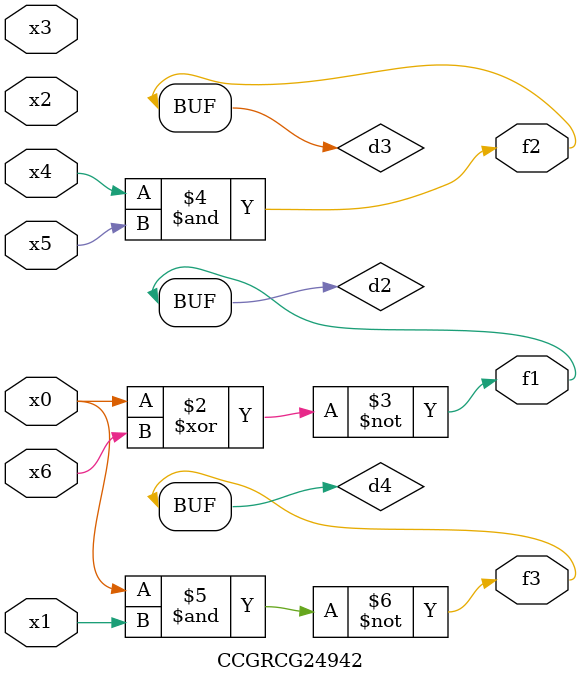
<source format=v>
module CCGRCG24942(
	input x0, x1, x2, x3, x4, x5, x6,
	output f1, f2, f3
);

	wire d1, d2, d3, d4;

	nor (d1, x0);
	xnor (d2, x0, x6);
	and (d3, x4, x5);
	nand (d4, x0, x1);
	assign f1 = d2;
	assign f2 = d3;
	assign f3 = d4;
endmodule

</source>
